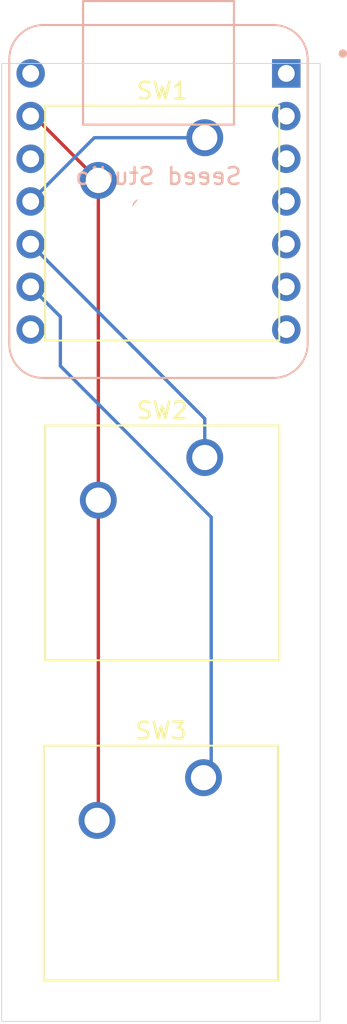
<source format=kicad_pcb>
(kicad_pcb (version 20240108) (generator "pcbnew") (generator_version "8.0")
  (layers (0 "F.Cu" signal) (31 "B.Cu" signal) (34 "B.Paste" user) (35 "F.Paste" user) (36 "B.SilkS" user "B.Silkscreen") (37 "F.SilkS" user "F.Silkscreen") (38 "B.Mask" user) (39 "F.Mask" user) (44 "Edge.Cuts" user))
  (net 0 "")
  (net 1 "GND")
  (net 2 "Net-(U1-PA6_A10_D10_MOSI)")
  (net 3 "Net-(U1-PA5_A9_D9_MISO)")
  (net 4 "Net-(U1-PA7_A8_D8_SCK)")
  (footprint "Button_Switch_Keyboard:SW_Cherry_MX_1.00u_PCB" (layer "F.Cu") (at 150.116 90.44747)
    (property "Reference" "SW2" (at -2.54 -2.794 0) (layer "F.SilkS"))
    (property "Value" "SW_Push")
    (fp_line (start -9.525 -1.905) (end 4.445 -1.905) (stroke (width 0.12)) (layer "F.SilkS"))
    (fp_line (start -9.525 12.065) (end -9.525 -1.905) (stroke (width 0.12)) (layer "F.SilkS"))
    (fp_line (start 4.445 -1.905) (end 4.445 12.065) (stroke (width 0.12)) (layer "F.SilkS"))
    (fp_line (start 4.445 12.065) (end -9.525 12.065) (stroke (width 0.12)) (layer "F.SilkS"))
    (pad "" np_thru_hole circle (at -7.62 5.08) (size 1.7 1.7) (drill 1.7) (layers "*.Cu" "*.Mask"))
    (pad "" np_thru_hole circle (at -2.54 5.08) (size 4 4) (drill 4) (layers "*.Cu" "*.Mask"))
    (pad "" np_thru_hole circle (at 2.54 5.08) (size 1.7 1.7) (drill 1.7) (layers "*.Cu" "*.Mask"))
    (pad "1" thru_hole circle (at 0 0) (size 2.2 2.2) (drill 1.5) (layers "*.Cu" "*.Mask") (net 3 "Net-(U1-PA5_A9_D9_MISO)"))
    (pad "2" thru_hole circle (at -6.35 2.54) (size 2.2 2.2) (drill 1.5) (layers "*.Cu" "*.Mask") (net 1 "GND"))
  )
  (footprint "Button_Switch_Keyboard:SW_Cherry_MX_1.00u_PCB" (layer "F.Cu") (at 150.04 109.5)
    (property "Reference" "SW3" (at -2.54 -2.794 0) (layer "F.SilkS"))
    (property "Value" "SW_Push")
    (fp_line (start -9.525 -1.905) (end 4.445 -1.905) (stroke (width 0.12)) (layer "F.SilkS"))
    (fp_line (start -9.525 12.065) (end -9.525 -1.905) (stroke (width 0.12)) (layer "F.SilkS"))
    (fp_line (start 4.445 -1.905) (end 4.445 12.065) (stroke (width 0.12)) (layer "F.SilkS"))
    (fp_line (start 4.445 12.065) (end -9.525 12.065) (stroke (width 0.12)) (layer "F.SilkS"))
    (pad "" np_thru_hole circle (at -7.62 5.08) (size 1.7 1.7) (drill 1.7) (layers "*.Cu" "*.Mask"))
    (pad "" np_thru_hole circle (at -2.54 5.08) (size 4 4) (drill 4) (layers "*.Cu" "*.Mask"))
    (pad "" np_thru_hole circle (at 2.54 5.08) (size 1.7 1.7) (drill 1.7) (layers "*.Cu" "*.Mask"))
    (pad "1" thru_hole circle (at 0 0) (size 2.2 2.2) (drill 1.5) (layers "*.Cu" "*.Mask") (net 4 "Net-(U1-PA7_A8_D8_SCK)"))
    (pad "2" thru_hole circle (at -6.35 2.54) (size 2.2 2.2) (drill 1.5) (layers "*.Cu" "*.Mask") (net 1 "GND"))
  )
  (footprint "Button_Switch_Keyboard:SW_Cherry_MX_1.00u_PCB" (layer "F.Cu") (at 150.116 71.42)
    (property "Reference" "SW1" (at -2.54 -2.794 0) (layer "F.SilkS"))
    (property "Value" "SW_Push")
    (fp_line (start -9.525 -1.905) (end 4.445 -1.905) (stroke (width 0.12)) (layer "F.SilkS"))
    (fp_line (start -9.525 12.065) (end -9.525 -1.905) (stroke (width 0.12)) (layer "F.SilkS"))
    (fp_line (start 4.445 -1.905) (end 4.445 12.065) (stroke (width 0.12)) (layer "F.SilkS"))
    (fp_line (start 4.445 12.065) (end -9.525 12.065) (stroke (width 0.12)) (layer "F.SilkS"))
    (pad "" np_thru_hole circle (at -7.62 5.08) (size 1.7 1.7) (drill 1.7) (layers "*.Cu" "*.Mask"))
    (pad "" np_thru_hole circle (at -2.54 5.08) (size 4 4) (drill 4) (layers "*.Cu" "*.Mask"))
    (pad "" np_thru_hole circle (at 2.54 5.08) (size 1.7 1.7) (drill 1.7) (layers "*.Cu" "*.Mask"))
    (pad "1" thru_hole circle (at 0 0) (size 2.2 2.2) (drill 1.5) (layers "*.Cu" "*.Mask") (net 2 "Net-(U1-PA6_A10_D10_MOSI)"))
    (pad "2" thru_hole circle (at -6.35 2.54) (size 2.2 2.2) (drill 1.5) (layers "*.Cu" "*.Mask") (net 1 "GND"))
  )
  (footprint "Seeed Studio XIAO Series Library:XIAO-Generic-Thruhole-14P-2.54-21X17.8MM" (layer "B.Cu") (at 147.35475 75.212015 180)
    (property "Reference" "U1" (at 0 -2.54 0) (layer "B.SilkS") (effects (font (size 0.889 0.889) (thickness 0.1016)) (justify mirror)))
    (property "Value" "SeeeduinoXIAO" (hide yes))
    (fp_line (start 8.9 8.5) (end 8.9 -8.5) (stroke (width 0.127)) (layer "B.SilkS"))
    (fp_line (start 6.9 -10.5) (end -6.9 -10.5) (stroke (width 0.127)) (layer "B.SilkS"))
    (fp_line (start 4.5 11.92403) (end -4.5 11.92403) (stroke (width 0.127)) (layer "B.SilkS"))
    (fp_line (start 4.5 4.57073) (end 4.5 11.92403) (stroke (width 0.127)) (layer "B.SilkS"))
    (fp_line (start -4.5 11.92403) (end -4.5 4.57073) (stroke (width 0.127)) (layer "B.SilkS"))
    (fp_line (start -4.5 4.57073) (end 4.5 4.57073) (stroke (width 0.127)) (layer "B.SilkS"))
    (fp_line (start -6.9 10.49909) (end 6.9 10.49909) (stroke (width 0.127)) (layer "B.SilkS"))
    (fp_line (start -8.9 -8.5) (end -8.9 8.5) (stroke (width 0.127)) (layer "B.SilkS"))
    (fp_arc (start 8.9 8.5) (mid 8.301492 9.901492) (end 6.9 10.5) (stroke (width 0.12)) (layer "B.SilkS"))
    (fp_arc (start 6.9 -10.5) (mid 8.314214 -9.914214) (end 8.9 -8.5) (stroke (width 0.12)) (layer "B.SilkS"))
    (fp_arc (start -6.9 10.5) (mid -8.301491 9.901491) (end -8.9 8.5) (stroke (width 0.12)) (layer "B.SilkS"))
    (fp_arc (start -8.9 -8.5) (mid -8.301423 -9.901423) (end -6.9 -10.5) (stroke (width 0.12)) (layer "B.SilkS"))
    (fp_circle (center -11 8.8) (end -11 9.054) (fill solid) (layer "B.SilkS"))
    (fp_poly (pts (xy -8.887715 8.561705) (xy -8.884667 8.610473) (xy -8.880603 8.659494)) (stroke (width 0.0254)) (fill none) (layer "B.SilkS"))
    (fp_poly (pts (xy 8.889492 -8.521574) (xy 8.887713 -8.57085) (xy 8.884665 -8.619618) (xy 8.880601 -8.668639) (xy 8.875268 -8.717407) (xy 8.868664 -8.766175) (xy 8.861044 -8.81469) (xy 8.852153 -8.86295) (xy 8.842248 -8.910955)) (stroke (width 0.0254)) (fill none) (layer "B.SilkS"))
    (fp_text user "XIAO" (at 0 -0.5 0) (layer "B.SilkS") (effects (justify mirror)))
    (fp_text user "Seeed Studio" (at 0 1.5 0) (layer "B.SilkS") (effects (justify mirror)))
    (pad "1" thru_hole rect (at -7.625 7.62 180) (size 1.7 1.7) (drill 1) (layers "*.Cu" "*.Mask"))
    (pad "2" thru_hole circle (at -7.625 5.08 180) (size 1.7 1.7) (drill 1) (layers "*.Cu" "*.Mask"))
    (pad "3" thru_hole circle (at -7.625 2.54 180) (size 1.7 1.7) (drill 1) (layers "*.Cu" "*.Mask"))
    (pad "4" thru_hole circle (at -7.625 0 180) (size 1.7 1.7) (drill 1) (layers "*.Cu" "*.Mask"))
    (pad "5" thru_hole circle (at -7.625 -2.54 180) (size 1.7 1.7) (drill 1) (layers "*.Cu" "*.Mask"))
    (pad "6" thru_hole circle (at -7.625 -5.08) (size 1.7 1.7) (drill 1) (layers "*.Cu" "*.Mask"))
    (pad "7" thru_hole circle (at -7.625 -7.62 180) (size 1.7 1.7) (drill 1) (layers "*.Cu" "*.Mask"))
    (pad "8" thru_hole circle (at 7.625 -7.62 180) (size 1.7 1.7) (drill 1) (layers "*.Cu" "*.Mask"))
    (pad "9" thru_hole circle (at 7.625 -5.08 180) (size 1.7 1.7) (drill 1) (layers "*.Cu" "*.Mask") (net 4 "Net-(U1-PA7_A8_D8_SCK)"))
    (pad "10" thru_hole circle (at 7.625 -2.54 180) (size 1.7 1.7) (drill 1) (layers "*.Cu" "*.Mask") (net 3 "Net-(U1-PA5_A9_D9_MISO)"))
    (pad "11" thru_hole circle (at 7.625 0 180) (size 1.7 1.7) (drill 1) (layers "*.Cu" "*.Mask") (net 2 "Net-(U1-PA6_A10_D10_MOSI)"))
    (pad "12" thru_hole circle (at 7.625 2.54 180) (size 1.7 1.7) (drill 1) (layers "*.Cu" "*.Mask"))
    (pad "13" thru_hole circle (at 7.625 5.08 180) (size 1.7 1.7) (drill 1) (layers "*.Cu" "*.Mask") (net 1 "GND"))
    (pad "14" thru_hole circle (at 7.625 7.62 180) (size 1.7 1.7) (drill 1) (layers "*.Cu" "*.Mask"))
  )
  (gr_rect (start 138 67) (end 157 124) (stroke (width 0.05)) (fill none) (layer "Edge.Cuts"))
  (segment (start 143.69 112.04) (end 143.766 111.964) (width 0.2) (layer "F.Cu") (net 1))
  (segment (start 139.938015 70.132015) (end 139.72975 70.132015) (width 0.2) (layer "F.Cu") (net 1))
  (segment (start 143.766 111.964) (end 143.766 92.98747) (width 0.2) (layer "F.Cu") (net 1))
  (segment (start 143.766 73.96) (end 139.938015 70.132015) (width 0.2) (layer "F.Cu") (net 1))
  (segment (start 143.766 92.98747) (end 143.766 73.96) (width 0.2) (layer "F.Cu") (net 1))
  (segment (start 143.521765 71.42) (end 139.72975 75.212015) (width 0.2) (layer "B.Cu") (net 2))
  (segment (start 150.116 71.42) (end 143.521765 71.42) (width 0.2) (layer "B.Cu") (net 2))
  (segment (start 150.116 90.44747) (end 150.116 88.138265) (width 0.2) (layer "B.Cu") (net 3))
  (segment (start 150.116 88.138265) (end 139.72975 77.752015) (width 0.2) (layer "B.Cu") (net 3))
  (segment (start 141.5 82.062265) (end 139.72975 80.292015) (width 0.2) (layer "B.Cu") (net 4))
  (segment (start 150.04 109.5) (end 150.5 109.04) (width 0.2) (layer "B.Cu") (net 4))
  (segment (start 150.5 109.04) (end 150.5 94) (width 0.2) (layer "B.Cu") (net 4))
  (segment (start 150.5 94) (end 141.5 85) (width 0.2) (layer "B.Cu") (net 4))
  (segment (start 141.5 85) (end 141.5 82.062265) (width 0.2) (layer "B.Cu") (net 4))
)
</source>
